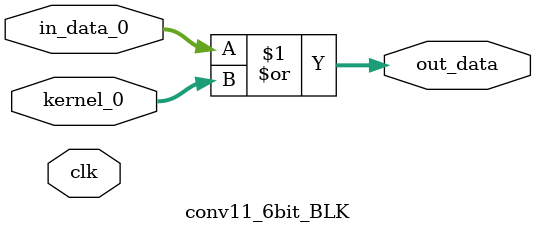
<source format=v>
module conv11_6bit_BLK (
  input [5:0] in_data_0, // 输入数据
  input [5:0] kernel_0, // 卷积核
  input clk,
  output [11:0] out_data // 输出数据
);  

assign out_data = in_data_0 |  kernel_0 ;
  
endmodule

</source>
